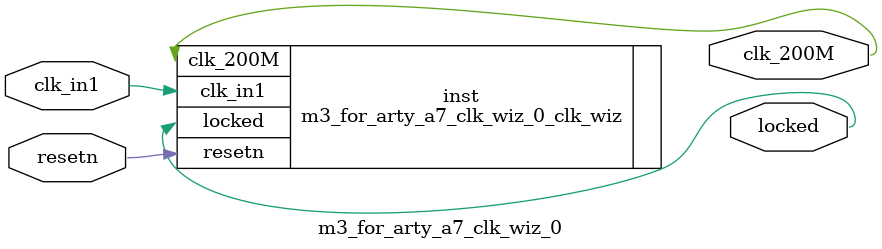
<source format=v>


`timescale 1ps/1ps

(* CORE_GENERATION_INFO = "m3_for_arty_a7_clk_wiz_0,clk_wiz_v6_0_1_0_0,{component_name=m3_for_arty_a7_clk_wiz_0,use_phase_alignment=true,use_min_o_jitter=false,use_max_i_jitter=false,use_dyn_phase_shift=false,use_inclk_switchover=false,use_dyn_reconfig=false,enable_axi=0,feedback_source=FDBK_AUTO,PRIMITIVE=MMCM,num_out_clk=1,clkin1_period=10.000,clkin2_period=10.000,use_power_down=false,use_reset=true,use_locked=true,use_inclk_stopped=false,feedback_type=SINGLE,CLOCK_MGR_TYPE=NA,manual_override=false}" *)

module m3_for_arty_a7_clk_wiz_0 
 (
  // Clock out ports
  output        clk_200M,
  // Status and control signals
  input         resetn,
  output        locked,
 // Clock in ports
  input         clk_in1
 );

  m3_for_arty_a7_clk_wiz_0_clk_wiz inst
  (
  // Clock out ports  
  .clk_200M(clk_200M),
  // Status and control signals               
  .resetn(resetn), 
  .locked(locked),
 // Clock in ports
  .clk_in1(clk_in1)
  );

endmodule

</source>
